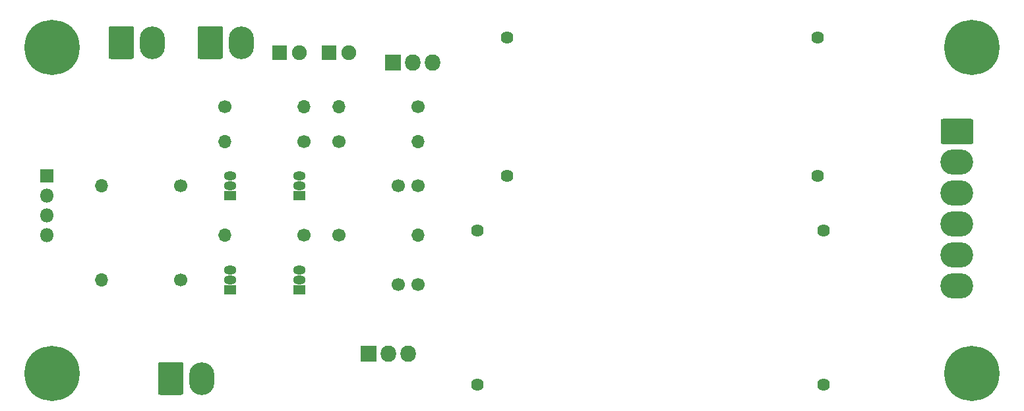
<source format=gbr>
%TF.GenerationSoftware,KiCad,Pcbnew,5.1.6-c6e7f7d~87~ubuntu20.04.1*%
%TF.CreationDate,2020-08-14T15:03:36-04:00*%
%TF.ProjectId,psu,7073752e-6b69-4636-9164-5f7063625858,rev?*%
%TF.SameCoordinates,Original*%
%TF.FileFunction,Soldermask,Bot*%
%TF.FilePolarity,Negative*%
%FSLAX46Y46*%
G04 Gerber Fmt 4.6, Leading zero omitted, Abs format (unit mm)*
G04 Created by KiCad (PCBNEW 5.1.6-c6e7f7d~87~ubuntu20.04.1) date 2020-08-14 15:03:36*
%MOMM*%
%LPD*%
G01*
G04 APERTURE LIST*
%ADD10O,1.700000X1.700000*%
%ADD11C,1.700000*%
%ADD12C,7.100000*%
%ADD13R,1.900000X1.900000*%
%ADD14C,1.900000*%
%ADD15O,3.260000X4.200000*%
%ADD16R,1.800000X1.800000*%
%ADD17O,1.800000X1.800000*%
%ADD18O,4.200000X3.260000*%
%ADD19R,1.600000X1.150000*%
%ADD20O,1.600000X1.150000*%
%ADD21R,2.005000X2.100000*%
%ADD22O,2.005000X2.100000*%
%ADD23C,1.624000*%
G04 APERTURE END LIST*
D10*
%TO.C,R7*%
X102870000Y-88265000D03*
D11*
X92710000Y-88265000D03*
%TD*%
D10*
%TO.C,R8*%
X107315000Y-88265000D03*
D11*
X117475000Y-88265000D03*
%TD*%
D12*
%TO.C,REF\u002A\u002A*%
X70485000Y-80645000D03*
%TD*%
%TO.C,REF\u002A\u002A*%
X70485000Y-122555000D03*
%TD*%
%TO.C,REF\u002A\u002A*%
X188595000Y-122555000D03*
%TD*%
%TO.C,REF\u002A\u002A*%
X188595000Y-80645000D03*
%TD*%
D11*
%TO.C,C1*%
X114975000Y-98425000D03*
X117475000Y-98425000D03*
%TD*%
%TO.C,C2*%
X117475000Y-111125000D03*
X114975000Y-111125000D03*
%TD*%
D13*
%TO.C,D1*%
X99695000Y-81280000D03*
D14*
X102235000Y-81280000D03*
%TD*%
%TO.C,D2*%
X108585000Y-81280000D03*
D13*
X106045000Y-81280000D03*
%TD*%
%TO.C,J1*%
G36*
G01*
X77745000Y-81852089D02*
X77745000Y-78167911D01*
G75*
G02*
X78002911Y-77910000I257911J0D01*
G01*
X80747089Y-77910000D01*
G75*
G02*
X81005000Y-78167911I0J-257911D01*
G01*
X81005000Y-81852089D01*
G75*
G02*
X80747089Y-82110000I-257911J0D01*
G01*
X78002911Y-82110000D01*
G75*
G02*
X77745000Y-81852089I0J257911D01*
G01*
G37*
D15*
X83335000Y-80010000D03*
%TD*%
D16*
%TO.C,J2*%
X69850000Y-97155000D03*
D17*
X69850000Y-99695000D03*
X69850000Y-102235000D03*
X69850000Y-104775000D03*
%TD*%
%TO.C,J3*%
G36*
G01*
X184847911Y-89810000D02*
X188532089Y-89810000D01*
G75*
G02*
X188790000Y-90067911I0J-257911D01*
G01*
X188790000Y-92812089D01*
G75*
G02*
X188532089Y-93070000I-257911J0D01*
G01*
X184847911Y-93070000D01*
G75*
G02*
X184590000Y-92812089I0J257911D01*
G01*
X184590000Y-90067911D01*
G75*
G02*
X184847911Y-89810000I257911J0D01*
G01*
G37*
D18*
X186690000Y-95400000D03*
X186690000Y-99360000D03*
X186690000Y-103320000D03*
X186690000Y-107280000D03*
X186690000Y-111240000D03*
%TD*%
D19*
%TO.C,Q1*%
X93345000Y-99695000D03*
D20*
X93345000Y-97155000D03*
X93345000Y-98425000D03*
%TD*%
D19*
%TO.C,Q2*%
X93345000Y-111760000D03*
D20*
X93345000Y-109220000D03*
X93345000Y-110490000D03*
%TD*%
%TO.C,Q3*%
X102235000Y-98425000D03*
X102235000Y-97155000D03*
D19*
X102235000Y-99695000D03*
%TD*%
D20*
%TO.C,Q4*%
X102235000Y-110490000D03*
X102235000Y-109220000D03*
D19*
X102235000Y-111760000D03*
%TD*%
D21*
%TO.C,Q5*%
X114300000Y-82550000D03*
D22*
X116840000Y-82550000D03*
X119380000Y-82550000D03*
%TD*%
%TO.C,Q6*%
X116205000Y-120015000D03*
X113665000Y-120015000D03*
D21*
X111125000Y-120015000D03*
%TD*%
D11*
%TO.C,R1*%
X86995000Y-98425000D03*
D10*
X76835000Y-98425000D03*
%TD*%
%TO.C,R2*%
X76835000Y-110490000D03*
D11*
X86995000Y-110490000D03*
%TD*%
D10*
%TO.C,R3*%
X92710000Y-92710000D03*
D11*
X102870000Y-92710000D03*
%TD*%
%TO.C,R4*%
X102870000Y-104775000D03*
D10*
X92710000Y-104775000D03*
%TD*%
D11*
%TO.C,R5*%
X107315000Y-92710000D03*
D10*
X117475000Y-92710000D03*
%TD*%
%TO.C,R6*%
X117475000Y-104775000D03*
D11*
X107315000Y-104775000D03*
%TD*%
D15*
%TO.C,SW1*%
X94765000Y-80010000D03*
G36*
G01*
X89175000Y-81852089D02*
X89175000Y-78167911D01*
G75*
G02*
X89432911Y-77910000I257911J0D01*
G01*
X92177089Y-77910000D01*
G75*
G02*
X92435000Y-78167911I0J-257911D01*
G01*
X92435000Y-81852089D01*
G75*
G02*
X92177089Y-82110000I-257911J0D01*
G01*
X89432911Y-82110000D01*
G75*
G02*
X89175000Y-81852089I0J257911D01*
G01*
G37*
%TD*%
D23*
%TO.C,U1*%
X128905000Y-79375000D03*
X128905000Y-97155000D03*
X168783000Y-79375000D03*
X168783000Y-97155000D03*
%TD*%
%TO.C,U2*%
X125095000Y-104140000D03*
X125095000Y-123952000D03*
X169545000Y-104140000D03*
X169545000Y-123952000D03*
%TD*%
%TO.C,J4*%
G36*
G01*
X84095000Y-125032089D02*
X84095000Y-121347911D01*
G75*
G02*
X84352911Y-121090000I257911J0D01*
G01*
X87097089Y-121090000D01*
G75*
G02*
X87355000Y-121347911I0J-257911D01*
G01*
X87355000Y-125032089D01*
G75*
G02*
X87097089Y-125290000I-257911J0D01*
G01*
X84352911Y-125290000D01*
G75*
G02*
X84095000Y-125032089I0J257911D01*
G01*
G37*
D15*
X89685000Y-123190000D03*
%TD*%
M02*

</source>
